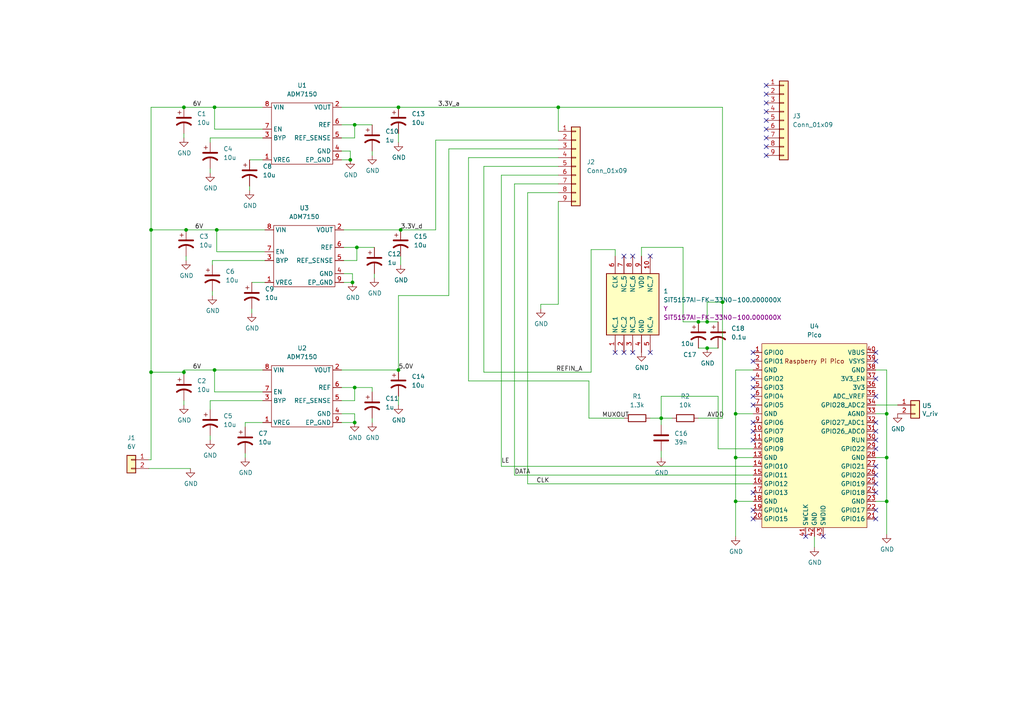
<source format=kicad_sch>
(kicad_sch (version 20211123) (generator eeschema)
  (paper "A4")
  (lib_symbols
    (symbol "ADM7150:ADM7150"
      (property "Reference" "U" (at 0 0 0))
      (property "Value" "ADM7150" (at 0 2.54 0))
      (symbol "ADM7150_0_1"
        (polyline (pts (xy -8.89 6.35) (xy -8.89 -11.43) (xy 8.89 -11.43) (xy 8.89 6.35) (xy -8.89 6.35)))
      )
      (symbol "ADM7150_1_1"
        (pin bidirectional line (at -11.43 -10.16 0) (length 2.54) (name "VREG") (number "1"))
        (pin power_out line (at 11.43 5.08 180) (length 2.54) (name "VOUT") (number "2"))
        (pin bidirectional line (at -11.43 -3.81 0) (length 2.54) (name "BYP") (number "3"))
        (pin power_out line (at 11.43 -7.62 180) (length 2.54) (name "GND") (number "4"))
        (pin input line (at 11.43 -3.81 180) (length 2.54) (name "REF_SENSE") (number "5"))
        (pin output line (at 11.43 0 180) (length 2.54) (name "REF") (number "6"))
        (pin input line (at -11.43 -1.27 0) (length 2.54) (name "EN") (number "7"))
        (pin power_in line (at -11.43 5.08 0) (length 2.54) (name "VIN") (number "8"))
        (pin power_out line (at 11.43 -10.16 180) (length 2.54) (name "EP_GND") (number "9"))
      )
    )
    (symbol "Connector_Generic:Conn_01x02" (pin_names (offset 1.016) hide)
      (property "Reference" "J" (at 0 2.54 0))
      (property "Value" "Conn_01x02" (at 0 -5.08 0))
      (symbol "Conn_01x02_1_1"
        (rectangle (start -1.27 -2.413) (end 0 -2.667) (stroke (width 0.1524)))
        (rectangle (start -1.27 0.127) (end 0 -0.127) (stroke (width 0.1524)))
        (rectangle (start -1.27 1.27) (end 1.27 -3.81) (stroke (width 0.254)) (fill (type background)))
        (pin passive line (at -5.08 0 0) (length 3.81) (name "Pin_1") (number "1"))
        (pin passive line (at -5.08 -2.54 0) (length 3.81) (name "Pin_2") (number "2"))
      )
    )
    (symbol "Connector_Generic:Conn_01x09" (pin_names (offset 1.016) hide)
      (property "Reference" "J" (at 0 12.7 0))
      (property "Value" "Conn_01x09" (at 0 -12.7 0))
      (symbol "Conn_01x09_1_1"
        (rectangle (start -1.27 -10.033) (end 0 -10.287) (stroke (width 0.1524)))
        (rectangle (start -1.27 -7.493) (end 0 -7.747) (stroke (width 0.1524)))
        (rectangle (start -1.27 -4.953) (end 0 -5.207) (stroke (width 0.1524)))
        (rectangle (start -1.27 -2.413) (end 0 -2.667) (stroke (width 0.1524)))
        (rectangle (start -1.27 0.127) (end 0 -0.127) (stroke (width 0.1524)))
        (rectangle (start -1.27 2.667) (end 0 2.413) (stroke (width 0.1524)))
        (rectangle (start -1.27 5.207) (end 0 4.953) (stroke (width 0.1524)))
        (rectangle (start -1.27 7.747) (end 0 7.493) (stroke (width 0.1524)))
        (rectangle (start -1.27 10.287) (end 0 10.033) (stroke (width 0.1524)))
        (rectangle (start -1.27 11.43) (end 1.27 -11.43) (stroke (width 0.254)) (fill (type background)))
        (pin passive line (at -5.08 10.16 0) (length 3.81) (name "Pin_1") (number "1"))
        (pin passive line (at -5.08 7.62 0) (length 3.81) (name "Pin_2") (number "2"))
        (pin passive line (at -5.08 5.08 0) (length 3.81) (name "Pin_3") (number "3"))
        (pin passive line (at -5.08 2.54 0) (length 3.81) (name "Pin_4") (number "4"))
        (pin passive line (at -5.08 0 0) (length 3.81) (name "Pin_5") (number "5"))
        (pin passive line (at -5.08 -2.54 0) (length 3.81) (name "Pin_6") (number "6"))
        (pin passive line (at -5.08 -5.08 0) (length 3.81) (name "Pin_7") (number "7"))
        (pin passive line (at -5.08 -7.62 0) (length 3.81) (name "Pin_8") (number "8"))
        (pin passive line (at -5.08 -10.16 0) (length 3.81) (name "Pin_9") (number "9"))
      )
    )
    (symbol "Device:C" (pin_numbers hide) (pin_names (offset 0.254))
      (property "Reference" "C" (at 0.635 2.54 0))
      (property "Value" "C" (at 0.635 -2.54 0))
      (symbol "C_0_1"
        (polyline (pts (xy -2.032 -0.762) (xy 2.032 -0.762)) (stroke (width 0.508)))
        (polyline (pts (xy -2.032 0.762) (xy 2.032 0.762)) (stroke (width 0.508)))
      )
      (symbol "C_1_1"
        (pin passive line (at 0 3.81 270) (length 2.794) (name "~") (number "1"))
        (pin passive line (at 0 -3.81 90) (length 2.794) (name "~") (number "2"))
      )
    )
    (symbol "Device:C_Polarized_US" (pin_numbers hide) (pin_names (offset 0.254) hide)
      (property "Reference" "C" (at 0.635 2.54 0))
      (property "Value" "C_Polarized_US" (at 0.635 -2.54 0))
      (symbol "C_Polarized_US_0_1"
        (polyline (pts (xy -2.032 0.762) (xy 2.032 0.762)) (stroke (width 0.508)))
        (polyline (pts (xy -1.778 2.286) (xy -0.762 2.286)))
        (polyline (pts (xy -1.27 1.778) (xy -1.27 2.794)))
        (arc (start 2.032 -1.27) (mid 0 -0.5572) (end -2.032 -1.27) (stroke (width 0.508)))
      )
      (symbol "C_Polarized_US_1_1"
        (pin passive line (at 0 3.81 270) (length 2.794) (name "~") (number "1"))
        (pin passive line (at 0 -3.81 90) (length 3.302) (name "~") (number "2"))
      )
    )
    (symbol "Device:R" (pin_numbers hide) (pin_names (offset 0))
      (property "Reference" "R" (at 2.032 0 90))
      (property "Value" "R" (at 0 0 90))
      (symbol "R_0_1"
        (rectangle (start -1.016 -2.54) (end 1.016 2.54) (stroke (width 0.254)))
      )
      (symbol "R_1_1"
        (pin passive line (at 0 3.81 270) (length 1.27) (name "~") (number "1"))
        (pin passive line (at 0 -3.81 90) (length 1.27) (name "~") (number "2"))
      )
    )
    (symbol "Oscillatore_100MHz:SiT5157AI-FK-33N0-100.000000X"
      (property "Value" "SiT5157AI-FK-33N0-100.000000X" (at 0 0 0))
      (property "Reference_1" "Y" (at 24.13 7.62 0))
      (property "Value_1" "SiT5157AI-FK-33N0-100.000000X" (at 24.13 5.08 0))
      (symbol "SiT5157AI-FK-33N0-100.000000X_1_1"
        (rectangle (start 5.08 2.54) (end 22.86 -12.7) (stroke (width 0.254)) (fill (type background)))
        (pin passive line (at 0 0 0) (length 5.08) (name "NC_1") (number "1"))
        (pin passive line (at 27.94 -10.16 180) (length 5.08) (name "NC_7") (number "10"))
        (pin passive line (at 0 -2.54 0) (length 5.08) (name "NC_2") (number "2"))
        (pin passive line (at 0 -5.08 0) (length 5.08) (name "NC_3") (number "3"))
        (pin passive line (at 0 -7.62 0) (length 5.08) (name "GND") (number "4"))
        (pin passive line (at 0 -10.16 0) (length 5.08) (name "NC_4") (number "5"))
        (pin passive line (at 27.94 0 180) (length 5.08) (name "CLK") (number "6"))
        (pin passive line (at 27.94 -2.54 180) (length 5.08) (name "NC_5") (number "7"))
        (pin passive line (at 27.94 -5.08 180) (length 5.08) (name "NC_6") (number "8"))
        (pin passive line (at 27.94 -7.62 180) (length 5.08) (name "VDD") (number "9"))
      )
    )
    (symbol "Raspberry_Pi_Pico:Pico"
      (property "Reference" "U" (at -13.97 27.94 0))
      (property "Value" "Pico" (at 0 19.05 0))
      (symbol "Pico_0_0"
        (text "Raspberry Pi Pico" (at 0 21.59 0) (effects (font (size 1.27 1.27))))
      )
      (symbol "Pico_0_1"
        (rectangle (start -15.24 26.67) (end 15.24 -26.67) (fill (type background)))
      )
      (symbol "Pico_1_1"
        (pin bidirectional line (at -17.78 24.13 0) (length 2.54) (name "GPIO0") (number "1"))
        (pin bidirectional line (at -17.78 1.27 0) (length 2.54) (name "GPIO7") (number "10"))
        (pin bidirectional line (at -17.78 -1.27 0) (length 2.54) (name "GPIO8") (number "11"))
        (pin bidirectional line (at -17.78 -3.81 0) (length 2.54) (name "GPIO9") (number "12"))
        (pin power_in line (at -17.78 -6.35 0) (length 2.54) (name "GND") (number "13"))
        (pin bidirectional line (at -17.78 -8.89 0) (length 2.54) (name "GPIO10") (number "14"))
        (pin bidirectional line (at -17.78 -11.43 0) (length 2.54) (name "GPIO11") (number "15"))
        (pin bidirectional line (at -17.78 -13.97 0) (length 2.54) (name "GPIO12") (number "16"))
        (pin bidirectional line (at -17.78 -16.51 0) (length 2.54) (name "GPIO13") (number "17"))
        (pin power_in line (at -17.78 -19.05 0) (length 2.54) (name "GND") (number "18"))
        (pin bidirectional line (at -17.78 -21.59 0) (length 2.54) (name "GPIO14") (number "19"))
        (pin bidirectional line (at -17.78 21.59 0) (length 2.54) (name "GPIO1") (number "2"))
        (pin bidirectional line (at -17.78 -24.13 0) (length 2.54) (name "GPIO15") (number "20"))
        (pin bidirectional line (at 17.78 -24.13 180) (length 2.54) (name "GPIO16") (number "21"))
        (pin bidirectional line (at 17.78 -21.59 180) (length 2.54) (name "GPIO17") (number "22"))
        (pin power_in line (at 17.78 -19.05 180) (length 2.54) (name "GND") (number "23"))
        (pin bidirectional line (at 17.78 -16.51 180) (length 2.54) (name "GPIO18") (number "24"))
        (pin bidirectional line (at 17.78 -13.97 180) (length 2.54) (name "GPIO19") (number "25"))
        (pin bidirectional line (at 17.78 -11.43 180) (length 2.54) (name "GPIO20") (number "26"))
        (pin bidirectional line (at 17.78 -8.89 180) (length 2.54) (name "GPIO21") (number "27"))
        (pin power_in line (at 17.78 -6.35 180) (length 2.54) (name "GND") (number "28"))
        (pin bidirectional line (at 17.78 -3.81 180) (length 2.54) (name "GPIO22") (number "29"))
        (pin power_in line (at -17.78 19.05 0) (length 2.54) (name "GND") (number "3"))
        (pin input line (at 17.78 -1.27 180) (length 2.54) (name "RUN") (number "30"))
        (pin bidirectional line (at 17.78 1.27 180) (length 2.54) (name "GPIO26_ADC0") (number "31"))
        (pin bidirectional line (at 17.78 3.81 180) (length 2.54) (name "GPIO27_ADC1") (number "32"))
        (pin power_in line (at 17.78 6.35 180) (length 2.54) (name "AGND") (number "33"))
        (pin bidirectional line (at 17.78 8.89 180) (length 2.54) (name "GPIO28_ADC2") (number "34"))
        (pin power_in line (at 17.78 11.43 180) (length 2.54) (name "ADC_VREF") (number "35"))
        (pin power_out line (at 17.78 13.97 180) (length 2.54) (name "3V3") (number "36"))
        (pin input line (at 17.78 16.51 180) (length 2.54) (name "3V3_EN") (number "37"))
        (pin bidirectional line (at 17.78 19.05 180) (length 2.54) (name "GND") (number "38"))
        (pin power_in line (at 17.78 21.59 180) (length 2.54) (name "VSYS") (number "39"))
        (pin bidirectional line (at -17.78 16.51 0) (length 2.54) (name "GPIO2") (number "4"))
        (pin power_in line (at 17.78 24.13 180) (length 2.54) (name "VBUS") (number "40"))
        (pin input line (at -2.54 -29.21 90) (length 2.54) (name "SWCLK") (number "41"))
        (pin power_in line (at 0 -29.21 90) (length 2.54) (name "GND") (number "42"))
        (pin bidirectional line (at 2.54 -29.21 90) (length 2.54) (name "SWDIO") (number "43"))
        (pin bidirectional line (at -17.78 13.97 0) (length 2.54) (name "GPIO3") (number "5"))
        (pin bidirectional line (at -17.78 11.43 0) (length 2.54) (name "GPIO4") (number "6"))
        (pin bidirectional line (at -17.78 8.89 0) (length 2.54) (name "GPIO5") (number "7"))
        (pin power_in line (at -17.78 6.35 0) (length 2.54) (name "GND") (number "8"))
        (pin bidirectional line (at -17.78 3.81 0) (length 2.54) (name "GPIO6") (number "9"))
      )
    )
    (symbol "power:GND" (power) (pin_names (offset 0))
      (property "Value" "GND" (at 0 -3.81 0))
      (symbol "GND_0_1"
        (polyline (pts (xy 0 0) (xy 0 -1.27) (xy 1.27 -1.27) (xy 0 -2.54) (xy -1.27 -1.27) (xy 0 -1.27)))
      )
      (symbol "GND_1_1"
        (pin power_in line (at 0 0 270) (length 0) hide (name "GND") (number "1"))
      )
    )
  )
  (junction (at 116.205 66.675))
  (junction (at 257.175 145.415))
  (junction (at 257.175 120.015))
  (junction (at 43.815 107.95))
  (junction (at 202.565 93.345))
  (junction (at 102.235 81.915))
  (junction (at 102.87 36.195))
  (junction (at 101.6 46.355))
  (junction (at 115.57 31.115))
  (junction (at 103.505 71.755))
  (junction (at 115.57 107.315))
  (junction (at 62.23 107.315))
  (junction (at 43.815 66.675))
  (junction (at 205.105 93.345))
  (junction (at 209.55 87.63))
  (junction (at 62.23 31.115))
  (junction (at 53.975 66.675))
  (junction (at 213.36 132.715))
  (junction (at 102.87 122.555))
  (junction (at 213.36 120.015))
  (junction (at 102.87 112.395))
  (junction (at 161.925 31.115))
  (junction (at 62.865 66.675))
  (junction (at 213.36 145.415))
  (junction (at 53.34 107.95))
  (junction (at 53.34 31.115))
  (junction (at 205.105 100.965))
  (junction (at 191.77 121.285))
  (junction (at 257.175 132.715))
  (no_connect (at 222.25 34.925))
  (no_connect (at 218.44 122.555))
  (no_connect (at 233.68 155.575))
  (no_connect (at 238.76 155.575))
  (no_connect (at 222.25 29.845))
  (no_connect (at 180.975 74.295))
  (no_connect (at 222.25 45.085))
  (no_connect (at 222.25 32.385))
  (no_connect (at 218.44 127.635))
  (no_connect (at 254 127.635))
  (no_connect (at 254 147.955))
  (no_connect (at 254 109.855))
  (no_connect (at 254 142.875))
  (no_connect (at 183.515 102.235))
  (no_connect (at 254 122.555))
  (no_connect (at 218.44 109.855))
  (no_connect (at 254 102.235))
  (no_connect (at 180.975 102.235))
  (no_connect (at 254 150.495))
  (no_connect (at 254 140.335))
  (no_connect (at 222.25 37.465))
  (no_connect (at 218.44 125.095))
  (no_connect (at 222.25 27.305))
  (no_connect (at 218.44 142.875))
  (no_connect (at 188.595 102.235))
  (no_connect (at 254 137.795))
  (no_connect (at 218.44 102.235))
  (no_connect (at 254 130.175))
  (no_connect (at 218.44 114.935))
  (no_connect (at 188.595 74.295))
  (no_connect (at 183.515 74.295))
  (no_connect (at 218.44 117.475))
  (no_connect (at 254 135.255))
  (no_connect (at 218.44 112.395))
  (no_connect (at 218.44 147.955))
  (no_connect (at 222.25 24.765))
  (no_connect (at 222.25 40.005))
  (no_connect (at 218.44 150.495))
  (no_connect (at 254 125.095))
  (no_connect (at 222.25 42.545))
  (no_connect (at 254 114.935))
  (no_connect (at 254 104.775))
  (no_connect (at 218.44 104.775))
  (no_connect (at 178.435 102.235))
  (wire (pts (xy 116.205 66.675) (xy 126.365 66.675)))
  (wire (pts (xy 102.87 120.015) (xy 102.87 122.555)))
  (wire (pts (xy 71.12 123.825) (xy 71.12 122.555)))
  (wire (pts (xy 62.23 107.315) (xy 53.34 107.315)))
  (wire (pts (xy 153.035 55.88) (xy 153.035 140.335)))
  (wire (pts (xy 62.23 31.115) (xy 76.2 31.115)))
  (wire (pts (xy 254 107.315) (xy 257.175 107.315)))
  (wire (pts (xy 149.225 53.34) (xy 149.225 137.795)))
  (wire (pts (xy 99.695 66.675) (xy 116.205 66.675)))
  (wire (pts (xy 60.96 40.005) (xy 76.2 40.005)))
  (wire (pts (xy 43.815 66.675) (xy 53.975 66.675)))
  (wire (pts (xy 170.815 121.285) (xy 170.815 110.49)))
  (wire (pts (xy 43.815 107.95) (xy 43.815 133.35)))
  (wire (pts (xy 153.035 55.88) (xy 161.925 55.88)))
  (wire (pts (xy 43.815 107.95) (xy 53.34 107.95)))
  (wire (pts (xy 60.96 48.895) (xy 60.96 50.165)))
  (wire (pts (xy 62.865 73.025) (xy 62.865 66.675)))
  (wire (pts (xy 62.865 73.025) (xy 76.835 73.025)))
  (wire (pts (xy 161.925 38.1) (xy 161.925 31.115)))
  (wire (pts (xy 102.87 36.195) (xy 107.95 36.195)))
  (wire (pts (xy 198.12 71.755) (xy 186.055 71.755)))
  (wire (pts (xy 99.06 46.355) (xy 101.6 46.355)))
  (wire (pts (xy 99.06 31.115) (xy 115.57 31.115)))
  (wire (pts (xy 107.95 112.395) (xy 107.95 113.665)))
  (wire (pts (xy 115.57 85.725) (xy 115.57 107.315)))
  (wire (pts (xy 55.245 135.89) (xy 43.18 135.89)))
  (wire (pts (xy 62.23 37.465) (xy 76.2 37.465)))
  (wire (pts (xy 101.6 43.815) (xy 101.6 46.355)))
  (wire (pts (xy 107.95 121.285) (xy 107.95 122.555)))
  (wire (pts (xy 198.12 93.345) (xy 198.12 71.755)))
  (wire (pts (xy 135.89 110.49) (xy 170.815 110.49)))
  (wire (pts (xy 102.235 79.375) (xy 102.235 81.915)))
  (wire (pts (xy 130.175 43.18) (xy 161.925 43.18)))
  (wire (pts (xy 43.815 31.115) (xy 43.815 66.675)))
  (wire (pts (xy 53.34 107.95) (xy 53.34 107.315)))
  (wire (pts (xy 213.36 120.015) (xy 213.36 132.715)))
  (wire (pts (xy 135.89 45.72) (xy 161.925 45.72)))
  (wire (pts (xy 115.57 38.735) (xy 115.57 41.275)))
  (wire (pts (xy 103.505 71.755) (xy 108.585 71.755)))
  (wire (pts (xy 191.77 114.935) (xy 208.28 114.935)))
  (wire (pts (xy 205.105 93.345) (xy 205.105 87.63)))
  (wire (pts (xy 53.34 116.205) (xy 53.34 117.475)))
  (wire (pts (xy 115.57 31.115) (xy 161.925 31.115)))
  (wire (pts (xy 43.18 133.35) (xy 43.815 133.35)))
  (wire (pts (xy 61.595 75.565) (xy 76.835 75.565)))
  (wire (pts (xy 140.335 107.95) (xy 171.45 107.95)))
  (wire (pts (xy 53.34 107.95) (xy 53.34 108.585)))
  (wire (pts (xy 209.55 31.115) (xy 209.55 87.63)))
  (wire (pts (xy 102.87 112.395) (xy 107.95 112.395)))
  (wire (pts (xy 102.87 36.195) (xy 102.87 40.005)))
  (wire (pts (xy 202.565 100.965) (xy 205.105 100.965)))
  (wire (pts (xy 115.57 114.935) (xy 115.57 117.475)))
  (wire (pts (xy 76.835 81.915) (xy 73.025 81.915)))
  (wire (pts (xy 213.36 145.415) (xy 218.44 145.415)))
  (wire (pts (xy 208.28 130.175) (xy 218.44 130.175)))
  (wire (pts (xy 161.925 88.265) (xy 156.845 88.265)))
  (wire (pts (xy 178.435 74.295) (xy 178.435 72.39)))
  (wire (pts (xy 257.175 120.015) (xy 257.175 132.715)))
  (wire (pts (xy 257.175 132.715) (xy 257.175 145.415)))
  (wire (pts (xy 107.95 43.815) (xy 107.95 45.085)))
  (wire (pts (xy 205.105 87.63) (xy 209.55 87.63)))
  (wire (pts (xy 99.06 122.555) (xy 102.87 122.555)))
  (wire (pts (xy 99.06 112.395) (xy 102.87 112.395)))
  (wire (pts (xy 99.695 75.565) (xy 103.505 75.565)))
  (wire (pts (xy 61.595 84.455) (xy 61.595 85.725)))
  (wire (pts (xy 213.36 132.715) (xy 213.36 145.415)))
  (wire (pts (xy 178.435 72.39) (xy 171.45 72.39)))
  (wire (pts (xy 60.96 118.745) (xy 60.96 116.205)))
  (wire (pts (xy 213.36 120.015) (xy 218.44 120.015)))
  (wire (pts (xy 62.23 113.665) (xy 76.2 113.665)))
  (wire (pts (xy 205.105 100.965) (xy 208.28 100.965)))
  (wire (pts (xy 149.225 137.795) (xy 218.44 137.795)))
  (wire (pts (xy 99.06 36.195) (xy 102.87 36.195)))
  (wire (pts (xy 218.44 135.255) (xy 145.415 135.255)))
  (wire (pts (xy 254 117.475) (xy 260.35 117.475)))
  (wire (pts (xy 71.12 122.555) (xy 76.2 122.555)))
  (wire (pts (xy 60.96 40.005) (xy 60.96 41.275)))
  (wire (pts (xy 254 145.415) (xy 257.175 145.415)))
  (wire (pts (xy 126.365 66.675) (xy 126.365 40.64)))
  (wire (pts (xy 62.865 66.675) (xy 76.835 66.675)))
  (wire (pts (xy 53.34 38.735) (xy 53.34 40.005)))
  (wire (pts (xy 213.36 132.715) (xy 218.44 132.715)))
  (wire (pts (xy 99.695 81.915) (xy 102.235 81.915)))
  (wire (pts (xy 145.415 50.8) (xy 145.415 135.255)))
  (wire (pts (xy 60.96 116.205) (xy 76.2 116.205)))
  (wire (pts (xy 62.865 66.675) (xy 53.975 66.675)))
  (wire (pts (xy 103.505 71.755) (xy 103.505 75.565)))
  (wire (pts (xy 71.12 131.445) (xy 71.12 132.715)))
  (wire (pts (xy 102.87 112.395) (xy 102.87 116.205)))
  (wire (pts (xy 62.23 37.465) (xy 62.23 31.115)))
  (wire (pts (xy 43.815 66.675) (xy 43.815 107.95)))
  (wire (pts (xy 76.2 46.355) (xy 72.39 46.355)))
  (wire (pts (xy 257.175 107.315) (xy 257.175 120.015)))
  (wire (pts (xy 99.06 116.205) (xy 102.87 116.205)))
  (wire (pts (xy 191.77 121.285) (xy 191.77 123.19)))
  (wire (pts (xy 156.845 88.265) (xy 156.845 89.535)))
  (wire (pts (xy 213.36 107.315) (xy 213.36 120.015)))
  (wire (pts (xy 208.28 114.935) (xy 208.28 130.175)))
  (wire (pts (xy 115.57 85.725) (xy 130.175 85.725)))
  (wire (pts (xy 43.815 31.115) (xy 53.34 31.115)))
  (wire (pts (xy 161.925 31.115) (xy 209.55 31.115)))
  (wire (pts (xy 72.39 53.975) (xy 72.39 55.245)))
  (wire (pts (xy 191.77 121.285) (xy 194.945 121.285)))
  (wire (pts (xy 191.77 130.81) (xy 191.77 132.715)))
  (wire (pts (xy 170.815 121.285) (xy 180.975 121.285)))
  (wire (pts (xy 99.06 120.015) (xy 102.87 120.015)))
  (wire (pts (xy 186.055 71.755) (xy 186.055 74.295)))
  (wire (pts (xy 202.565 93.345) (xy 205.105 93.345)))
  (wire (pts (xy 171.45 72.39) (xy 171.45 107.95)))
  (wire (pts (xy 205.105 93.345) (xy 208.28 93.345)))
  (wire (pts (xy 145.415 50.8) (xy 161.925 50.8)))
  (wire (pts (xy 62.23 113.665) (xy 62.23 107.315)))
  (wire (pts (xy 53.975 74.295) (xy 53.975 75.565)))
  (wire (pts (xy 254 120.015) (xy 257.175 120.015)))
  (wire (pts (xy 99.695 71.755) (xy 103.505 71.755)))
  (wire (pts (xy 108.585 79.375) (xy 108.585 80.645)))
  (wire (pts (xy 149.225 53.34) (xy 161.925 53.34)))
  (wire (pts (xy 257.175 145.415) (xy 257.175 154.94)))
  (wire (pts (xy 126.365 40.64) (xy 161.925 40.64)))
  (wire (pts (xy 99.06 43.815) (xy 101.6 43.815)))
  (wire (pts (xy 209.55 87.63) (xy 209.55 121.285)))
  (wire (pts (xy 60.96 126.365) (xy 60.96 127.635)))
  (wire (pts (xy 236.22 155.575) (xy 236.22 158.75)))
  (wire (pts (xy 161.925 58.42) (xy 161.925 88.265)))
  (wire (pts (xy 191.77 114.935) (xy 191.77 121.285)))
  (wire (pts (xy 202.565 121.285) (xy 209.55 121.285)))
  (wire (pts (xy 140.335 48.26) (xy 161.925 48.26)))
  (wire (pts (xy 99.06 107.315) (xy 115.57 107.315)))
  (wire (pts (xy 218.44 107.315) (xy 213.36 107.315)))
  (wire (pts (xy 140.335 48.26) (xy 140.335 107.95)))
  (wire (pts (xy 153.035 140.335) (xy 218.44 140.335)))
  (wire (pts (xy 99.695 79.375) (xy 102.235 79.375)))
  (wire (pts (xy 254 132.715) (xy 257.175 132.715)))
  (wire (pts (xy 61.595 75.565) (xy 61.595 76.835)))
  (wire (pts (xy 73.025 89.535) (xy 73.025 90.805)))
  (wire (pts (xy 62.23 31.115) (xy 53.34 31.115)))
  (wire (pts (xy 191.77 121.285) (xy 188.595 121.285)))
  (wire (pts (xy 62.23 107.315) (xy 76.2 107.315)))
  (wire (pts (xy 130.175 85.725) (xy 130.175 43.18)))
  (wire (pts (xy 213.36 145.415) (xy 213.36 155.575)))
  (wire (pts (xy 135.89 45.72) (xy 135.89 110.49)))
  (wire (pts (xy 99.06 40.005) (xy 102.87 40.005)))
  (wire (pts (xy 198.12 93.345) (xy 202.565 93.345)))
  (wire (pts (xy 116.205 74.295) (xy 116.205 76.835)))
  (label "6V" (at 56.515 66.675 0))
  (label "LE" (at 145.415 134.62 0))
  (label "DATA" (at 149.225 137.795 0))
  (label "CLK" (at 155.575 140.335 0))
  (label "6V" (at 55.88 31.115 0))
  (label "3.3V_a" (at 127 31.115 0))
  (label "REFIN_A" (at 161.29 107.95 0))
  (label "AVDD" (at 205.105 121.285 0))
  (label "3.3V_d" (at 116.205 66.675 0))
  (label "MUXOUT" (at 174.625 121.285 0))
  (label "6V" (at 55.88 107.315 0))
  (label "5.0V" (at 115.57 107.315 0))
  (symbol (lib_id "Device:C_Polarized_US") (at 72.39 50.165 0) (unit 1)
    (property "Reference" "C8" (at 76.2 48.2599 0) (effects (justify left)))
    (property "Value" "10u" (at 76.2 50.7999 0) (effects (justify left)))
    (property "Footprint" "Capacitor_SMD:C_0805_2012Metric_Pad1.18x1.45mm_HandSolder" (effects hide))
  )
  (symbol (lib_id "Device:C_Polarized_US") (at 53.34 34.925 0) (unit 1)
    (property "Reference" "C1" (at 57.15 33.0199 0) (effects (justify left)))
    (property "Value" "10u" (at 57.15 35.5599 0) (effects (justify left)))
    (property "Footprint" "Capacitor_SMD:C_0805_2012Metric_Pad1.18x1.45mm_HandSolder" (effects hide))
  )
  (symbol (lib_id "Device:C_Polarized_US") (at 116.205 70.485 0) (unit 1)
    (property "Reference" "C15" (at 120.015 68.5799 0) (effects (justify left)))
    (property "Value" "10u" (at 120.015 71.1199 0) (effects (justify left)))
    (property "Footprint" "Capacitor_SMD:C_0805_2012Metric_Pad1.18x1.45mm_HandSolder" (effects hide))
  )
  (symbol (lib_id "Device:R") (at 198.755 121.285 90) (unit 1)
    (property "Reference" "R2" (at 198.755 114.935 90))
    (property "Value" "10k" (at 198.755 117.475 90))
    (property "Footprint" "Resistor_SMD:R_0402_1005Metric_Pad0.72x0.64mm_HandSolder" (effects hide))
  )
  (symbol (lib_id "Device:C_Polarized_US") (at 60.96 122.555 0) (unit 1)
    (property "Reference" "C5" (at 64.77 120.6499 0) (effects (justify left)))
    (property "Value" "10u" (at 64.77 123.1899 0) (effects (justify left)))
    (property "Footprint" "Capacitor_SMD:C_0805_2012Metric_Pad1.18x1.45mm_HandSolder" (effects hide))
  )
  (symbol (lib_id "Device:C_Polarized_US") (at 53.975 70.485 0) (unit 1)
    (property "Reference" "C3" (at 57.785 68.5799 0) (effects (justify left)))
    (property "Value" "10u" (at 57.785 71.1199 0) (effects (justify left)))
    (property "Footprint" "Capacitor_SMD:C_0805_2012Metric_Pad1.18x1.45mm_HandSolder" (effects hide))
  )
  (symbol (lib_id "Device:C_Polarized_US") (at 61.595 80.645 0) (unit 1)
    (property "Reference" "C6" (at 65.405 78.7399 0) (effects (justify left)))
    (property "Value" "10u" (at 65.405 81.2799 0) (effects (justify left)))
    (property "Footprint" "Capacitor_SMD:C_0805_2012Metric_Pad1.18x1.45mm_HandSolder" (effects hide))
  )
  (symbol (lib_id "power:GND") (at 101.6 46.355 0) (unit 1)
    (property "Reference" "#PWR0107" (effects hide))
    (property "Value" "GND" (at 101.727 50.7492 0))
  )
  (symbol (lib_id "power:GND") (at 115.57 41.275 0) (unit 1)
    (property "Reference" "#PWR0106" (effects hide))
    (property "Value" "GND" (at 115.697 45.6692 0))
  )
  (symbol (lib_id "power:GND") (at 102.87 122.555 0) (unit 1)
    (property "Reference" "#PWR0115" (effects hide))
    (property "Value" "GND" (at 102.997 126.9492 0))
  )
  (symbol (lib_id "Device:C_Polarized_US") (at 73.025 85.725 0) (unit 1)
    (property "Reference" "C9" (at 76.835 83.8199 0) (effects (justify left)))
    (property "Value" "10u" (at 76.835 86.3599 0) (effects (justify left)))
    (property "Footprint" "Capacitor_SMD:C_0805_2012Metric_Pad1.18x1.45mm_HandSolder" (effects hide))
  )
  (symbol (lib_id "Device:C") (at 191.77 127 0) (unit 1)
    (property "Reference" "C16" (at 195.58 125.7299 0) (effects (justify left)))
    (property "Value" "39n" (at 195.58 128.2699 0) (effects (justify left)))
    (property "Footprint" "Capacitor_SMD:C_0402_1005Metric_Pad0.74x0.62mm_HandSolder" (effects hide))
  )
  (symbol (lib_id "ADM7150:ADM7150") (at 88.265 71.755 0) (unit 1)
    (property "Reference" "U3" (at 88.265 60.325 0))
    (property "Value" "ADM7150" (at 88.265 62.865 0))
    (property "Footprint" "ADM7150:ADM7150" (effects hide))
  )
  (symbol (lib_id "ADM7150:ADM7150") (at 87.63 112.395 0) (unit 1)
    (property "Reference" "U2" (at 87.63 100.965 0))
    (property "Value" "ADM7150" (at 87.63 103.505 0))
    (property "Footprint" "ADM7150:ADM7150" (effects hide))
  )
  (symbol (lib_id "power:GND") (at 72.39 55.245 0) (unit 1)
    (property "Reference" "#PWR0105" (effects hide))
    (property "Value" "GND" (at 72.517 59.6392 0))
  )
  (symbol (lib_id "ADM7150:ADM7150") (at 87.63 36.195 0) (unit 1)
    (property "Reference" "U1" (at 87.63 24.765 0))
    (property "Value" "ADM7150" (at 87.63 27.305 0))
    (property "Footprint" "ADM7150:ADM7150" (effects hide))
  )
  (symbol (lib_id "power:GND") (at 55.245 135.89 0) (unit 1)
    (property "Reference" "#PWR0109" (effects hide))
    (property "Value" "GND" (at 55.372 140.2842 0))
  )
  (symbol (lib_id "Device:C_Polarized_US") (at 108.585 75.565 0) (unit 1)
    (property "Reference" "C12" (at 112.395 73.6599 0) (effects (justify left)))
    (property "Value" "1u" (at 112.395 76.1999 0) (effects (justify left)))
    (property "Footprint" "Capacitor_SMD:C_1206_3216Metric_Pad1.33x1.80mm_HandSolder" (effects hide))
  )
  (symbol (lib_id "power:GND") (at 115.57 117.475 0) (unit 1)
    (property "Reference" "#PWR0113" (effects hide))
    (property "Value" "GND" (at 115.697 121.8692 0))
  )
  (symbol (lib_id "Device:C_Polarized_US") (at 202.565 97.155 0) (unit 1)
    (property "Reference" "C17" (at 198.12 102.87 0) (effects (justify left)))
    (property "Value" "10u" (at 197.485 99.695 0) (effects (justify left)))
    (property "Footprint" "Capacitor_SMD:C_0805_2012Metric_Pad1.18x1.45mm_HandSolder" (effects hide))
  )
  (symbol (lib_id "power:GND") (at 236.22 158.75 0) (unit 1)
    (property "Reference" "#PWR0123" (effects hide))
    (property "Value" "GND" (at 236.347 163.1442 0))
  )
  (symbol (lib_id "power:GND") (at 53.975 75.565 0) (unit 1)
    (property "Reference" "#PWR0117" (effects hide))
    (property "Value" "GND" (at 54.102 79.9592 0))
  )
  (symbol (lib_id "power:GND") (at 71.12 132.715 0) (unit 1)
    (property "Reference" "#PWR0110" (effects hide))
    (property "Value" "GND" (at 71.247 137.1092 0))
  )
  (symbol (lib_id "power:GND") (at 186.055 102.235 0) (unit 1)
    (property "Reference" "#PWR0127" (effects hide))
    (property "Value" "GND" (at 186.182 106.6292 0))
  )
  (symbol (lib_id "power:GND") (at 102.235 81.915 0) (unit 1)
    (property "Reference" "#PWR0103" (effects hide))
    (property "Value" "GND" (at 102.362 86.3092 0))
  )
  (symbol (lib_id "power:GND") (at 60.96 127.635 0) (unit 1)
    (property "Reference" "#PWR0111" (effects hide))
    (property "Value" "GND" (at 60.96 132.08 0))
  )
  (symbol (lib_id "Device:C_Polarized_US") (at 53.34 112.395 0) (unit 1)
    (property "Reference" "C2" (at 57.15 110.4899 0) (effects (justify left)))
    (property "Value" "10u" (at 57.15 113.0299 0) (effects (justify left)))
    (property "Footprint" "Capacitor_SMD:C_0805_2012Metric_Pad1.18x1.45mm_HandSolder" (effects hide))
  )
  (symbol (lib_id "power:GND") (at 191.77 132.715 0) (unit 1)
    (property "Reference" "#PWR0120" (effects hide))
    (property "Value" "GND" (at 191.897 137.1092 0))
  )
  (symbol (lib_id "power:GND") (at 53.34 40.005 0) (unit 1)
    (property "Reference" "#PWR0116" (effects hide))
    (property "Value" "GND" (at 53.467 44.3992 0))
  )
  (symbol (lib_id "Connector_Generic:Conn_01x09") (at 227.33 34.925 0) (unit 1)
    (property "Reference" "J3" (at 229.87 33.6549 0) (effects (justify left)))
    (property "Value" "Conn_01x09" (at 229.87 36.1949 0) (effects (justify left)))
    (property "Footprint" "header_microwave:header_microwave" (effects hide))
  )
  (symbol (lib_id "power:GND") (at 116.205 76.835 0) (unit 1)
    (property "Reference" "#PWR0101" (effects hide))
    (property "Value" "GND" (at 116.332 81.2292 0))
  )
  (symbol (lib_id "power:GND") (at 260.35 120.015 0) (unit 1)
    (property "Reference" "#PWR0124" (effects hide))
    (property "Value" "GND" (at 260.477 124.4092 0))
  )
  (symbol (lib_id "power:GND") (at 107.95 45.085 0) (unit 1)
    (property "Reference" "#PWR0108" (effects hide))
    (property "Value" "GND" (at 108.077 49.4792 0))
  )
  (symbol (lib_id "Device:R") (at 184.785 121.285 90) (unit 1)
    (property "Reference" "R1" (at 184.785 114.935 90))
    (property "Value" "1.3k" (at 184.785 117.475 90))
    (property "Footprint" "Resistor_SMD:R_0402_1005Metric_Pad0.72x0.64mm_HandSolder" (effects hide))
  )
  (symbol (lib_id "Device:C_Polarized_US") (at 208.28 97.155 0) (unit 1)
    (property "Reference" "C18" (at 212.09 95.2499 0) (effects (justify left)))
    (property "Value" "0.1u" (at 212.09 97.7899 0) (effects (justify left)))
    (property "Footprint" "Capacitor_SMD:C_0805_2012Metric_Pad1.18x1.45mm_HandSolder" (effects hide))
  )
  (symbol (lib_id "power:GND") (at 107.95 122.555 0) (unit 1)
    (property "Reference" "#PWR0114" (effects hide))
    (property "Value" "GND" (at 108.077 126.9492 0))
  )
  (symbol (lib_id "power:GND") (at 73.025 90.805 0) (unit 1)
    (property "Reference" "#PWR0119" (effects hide))
    (property "Value" "GND" (at 73.152 95.1992 0))
  )
  (symbol (lib_id "Raspberry_Pi_Pico:Pico") (at 236.22 126.365 0) (unit 1)
    (property "Reference" "U4" (at 236.22 94.615 0))
    (property "Value" "Pico" (at 236.22 97.155 0))
    (property "Footprint" "Raspberry_Pi_Pico:RPi_Pico_SMD_TH" (effects hide))
  )
  (symbol (lib_id "power:GND") (at 60.96 50.165 0) (unit 1)
    (property "Reference" "#PWR0104" (effects hide))
    (property "Value" "GND" (at 61.087 54.5592 0))
  )
  (symbol (lib_id "Device:C_Polarized_US") (at 115.57 34.925 0) (unit 1)
    (property "Reference" "C13" (at 119.38 33.0199 0) (effects (justify left)))
    (property "Value" "10u" (at 119.38 35.5599 0) (effects (justify left)))
    (property "Footprint" "Capacitor_SMD:C_0805_2012Metric_Pad1.18x1.45mm_HandSolder" (effects hide))
  )
  (symbol (lib_id "Connector_Generic:Conn_01x02") (at 38.1 133.35 0) (mirror y) (unit 1)
    (property "Reference" "J1" (at 38.1 127 0))
    (property "Value" "6V" (at 38.1 129.54 0))
    (property "Footprint" "Connector_PinHeader_2.54mm:PinHeader_1x02_P2.54mm_Vertical" (effects hide))
  )
  (symbol (lib_id "power:GND") (at 213.36 155.575 0) (unit 1)
    (property "Reference" "#PWR0121" (effects hide))
    (property "Value" "GND" (at 213.487 159.9692 0))
  )
  (symbol (lib_id "power:GND") (at 61.595 85.725 0) (unit 1)
    (property "Reference" "#PWR0118" (effects hide))
    (property "Value" "GND" (at 61.722 90.1192 0))
  )
  (symbol (lib_id "Device:C_Polarized_US") (at 107.95 117.475 0) (unit 1)
    (property "Reference" "C11" (at 111.76 115.5699 0) (effects (justify left)))
    (property "Value" "1u" (at 111.76 118.1099 0) (effects (justify left)))
    (property "Footprint" "Capacitor_SMD:C_1206_3216Metric_Pad1.33x1.80mm_HandSolder" (effects hide))
  )
  (symbol (lib_id "power:GND") (at 205.105 100.965 0) (unit 1)
    (property "Reference" "#PWR0126" (effects hide))
    (property "Value" "GND" (at 205.232 105.3592 0))
  )
  (symbol (lib_id "power:GND") (at 156.845 89.535 0) (unit 1)
    (property "Reference" "#PWR0125" (effects hide))
    (property "Value" "GND" (at 156.972 93.9292 0))
  )
  (symbol (lib_id "Connector_Generic:Conn_01x02") (at 265.43 117.475 0) (unit 1)
    (property "Reference" "U5" (at 267.462 117.6782 0) (effects (justify left)))
    (property "Value" "V_riv" (at 267.462 119.9896 0) (effects (justify left)))
    (property "Footprint" "Connector_PinHeader_2.54mm:PinHeader_1x02_P2.54mm_Vertical" (effects hide))
  )
  (symbol (lib_id "power:GND") (at 53.34 117.475 0) (unit 1)
    (property "Reference" "#PWR0112" (effects hide))
    (property "Value" "GND" (at 53.467 121.8692 0))
  )
  (symbol (lib_id "Device:C_Polarized_US") (at 60.96 45.085 0) (unit 1)
    (property "Reference" "C4" (at 64.77 43.1799 0) (effects (justify left)))
    (property "Value" "10u" (at 64.77 45.7199 0) (effects (justify left)))
    (property "Footprint" "Capacitor_SMD:C_0805_2012Metric_Pad1.18x1.45mm_HandSolder" (effects hide))
  )
  (symbol (lib_id "power:GND") (at 108.585 80.645 0) (unit 1)
    (property "Reference" "#PWR0102" (effects hide))
    (property "Value" "GND" (at 108.712 85.0392 0))
  )
  (symbol (lib_id "Device:C_Polarized_US") (at 115.57 111.125 0) (unit 1)
    (property "Reference" "C14" (at 119.38 109.2199 0) (effects (justify left)))
    (property "Value" "10u" (at 119.38 111.7599 0) (effects (justify left)))
    (property "Footprint" "Capacitor_SMD:C_0805_2012Metric_Pad1.18x1.45mm_HandSolder" (effects hide))
  )
  (symbol (lib_id "power:GND") (at 257.175 154.94 0) (unit 1)
    (property "Reference" "#PWR0122" (effects hide))
    (property "Value" "GND" (at 257.302 159.3342 0))
  )
  (symbol (lib_id "Device:C_Polarized_US") (at 71.12 127.635 0) (unit 1)
    (property "Reference" "C7" (at 74.93 125.7299 0) (effects (justify left)))
    (property "Value" "10u" (at 74.93 128.2699 0) (effects (justify left)))
    (property "Footprint" "Capacitor_SMD:C_0805_2012Metric_Pad1.18x1.45mm_HandSolder" (effects hide))
  )
  (symbol (lib_id "Device:C_Polarized_US") (at 107.95 40.005 0) (unit 1)
    (property "Reference" "C10" (at 111.76 38.0999 0) (effects (justify left)))
    (property "Value" "1u" (at 111.76 40.6399 0) (effects (justify left)))
    (property "Footprint" "Capacitor_SMD:C_1206_3216Metric_Pad1.33x1.80mm_HandSolder" (effects hide))
  )
  (symbol (lib_id "Oscillatore_100MHz:SiT5157AI-FK-33N0-100.000000X") (at 178.435 102.235 90) (unit 1)
    (property "Reference" "1" (at 192.405 84.4549 90) (effects (justify right)))
    (property "Value" "SiT5157AI-FK-33N0-100.000000X" (at 192.405 86.9949 90) (effects (justify right)))
    (property "Footprint" "Oscillatore_100MHz:SiT5157AIFK33N0100000000X" (effects hide))
    (property "Reference_1" "Y" (at 192.405 89.5349 90) (effects (justify right)))
    (property "Value_1" "SiT5157AI-FK-33N0-100.000000X" (at 192.405 92.0749 90) (effects (justify right)))
    (property "Footprint_1" "SiT5157AIFK33N0100000000X" (effects hide))
    (property "Datasheet_1" "https://www.sitime.com/datasheet/SiT5157" (effects hide))
    (property "Height" "1.06" (effects hide))
    (property "Mouser Part Number" "788-5157AI-FK3N0100X" (effects hide))
    (property "Mouser Price/Stock" "https://www.mouser.co.uk/ProductDetail/SiTime/SiT5157AI-FK-33N0-100.000000X?qs=gTYE2QTfZfTLCaFemhwTJA%3D%3D" (effects hide))
    (property "Manufacturer_Name" "SiTime" (effects hide))
    (property "Manufacturer_Part_Number" "SiT5157AI-FK-33N0-100.000000X" (effects hide))
  )
  (symbol (lib_id "Connector_Generic:Conn_01x09") (at 167.005 48.26 0) (unit 1)
    (property "Reference" "J2" (at 170.18 46.9899 0) (effects (justify left)))
    (property "Value" "Conn_01x09" (at 170.18 49.5299 0) (effects (justify left)))
    (property "Footprint" "header_microwave:header_microwave" (effects hide))
  )
)
</source>
